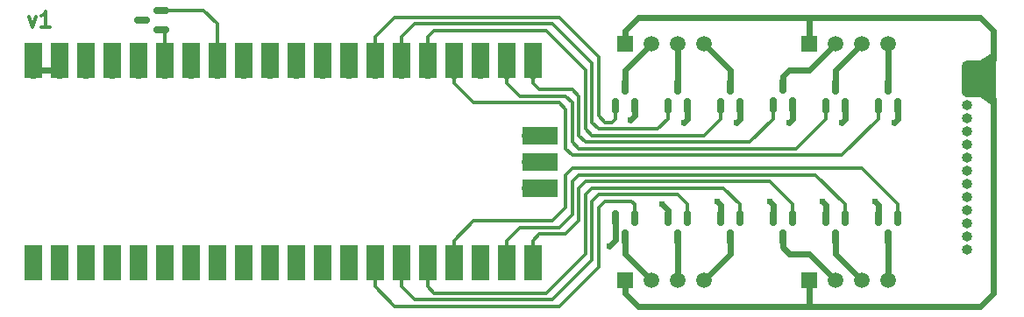
<source format=gbr>
%TF.GenerationSoftware,KiCad,Pcbnew,(7.0.0)*%
%TF.CreationDate,2023-03-11T15:12:13-08:00*%
%TF.ProjectId,pico_12vrgb_controller,7069636f-5f31-4327-9672-67625f636f6e,v1*%
%TF.SameCoordinates,Original*%
%TF.FileFunction,Copper,L1,Top*%
%TF.FilePolarity,Positive*%
%FSLAX46Y46*%
G04 Gerber Fmt 4.6, Leading zero omitted, Abs format (unit mm)*
G04 Created by KiCad (PCBNEW (7.0.0)) date 2023-03-11 15:12:13*
%MOMM*%
%LPD*%
G01*
G04 APERTURE LIST*
G04 Aperture macros list*
%AMRoundRect*
0 Rectangle with rounded corners*
0 $1 Rounding radius*
0 $2 $3 $4 $5 $6 $7 $8 $9 X,Y pos of 4 corners*
0 Add a 4 corners polygon primitive as box body*
4,1,4,$2,$3,$4,$5,$6,$7,$8,$9,$2,$3,0*
0 Add four circle primitives for the rounded corners*
1,1,$1+$1,$2,$3*
1,1,$1+$1,$4,$5*
1,1,$1+$1,$6,$7*
1,1,$1+$1,$8,$9*
0 Add four rect primitives between the rounded corners*
20,1,$1+$1,$2,$3,$4,$5,0*
20,1,$1+$1,$4,$5,$6,$7,0*
20,1,$1+$1,$6,$7,$8,$9,0*
20,1,$1+$1,$8,$9,$2,$3,0*%
G04 Aperture macros list end*
%ADD10C,0.300000*%
%TA.AperFunction,NonConductor*%
%ADD11C,0.300000*%
%TD*%
%TA.AperFunction,SMDPad,CuDef*%
%ADD12RoundRect,0.150000X0.587500X0.150000X-0.587500X0.150000X-0.587500X-0.150000X0.587500X-0.150000X0*%
%TD*%
%TA.AperFunction,SMDPad,CuDef*%
%ADD13RoundRect,0.150000X0.150000X-0.587500X0.150000X0.587500X-0.150000X0.587500X-0.150000X-0.587500X0*%
%TD*%
%TA.AperFunction,SMDPad,CuDef*%
%ADD14RoundRect,0.150000X-0.150000X0.587500X-0.150000X-0.587500X0.150000X-0.587500X0.150000X0.587500X0*%
%TD*%
%TA.AperFunction,ComponentPad*%
%ADD15R,1.500000X1.500000*%
%TD*%
%TA.AperFunction,ComponentPad*%
%ADD16C,1.500000*%
%TD*%
%TA.AperFunction,ComponentPad*%
%ADD17O,1.000000X1.000000*%
%TD*%
%TA.AperFunction,ComponentPad*%
%ADD18R,1.700000X1.700000*%
%TD*%
%TA.AperFunction,SMDPad,CuDef*%
%ADD19R,1.700000X3.500000*%
%TD*%
%TA.AperFunction,ComponentPad*%
%ADD20O,1.700000X1.700000*%
%TD*%
%TA.AperFunction,SMDPad,CuDef*%
%ADD21R,3.500000X1.700000*%
%TD*%
%TA.AperFunction,ViaPad*%
%ADD22C,0.609600*%
%TD*%
%TA.AperFunction,Conductor*%
%ADD23C,0.609600*%
%TD*%
%TA.AperFunction,Conductor*%
%ADD24C,0.304800*%
%TD*%
G04 APERTURE END LIST*
D10*
D11*
X71969285Y-62173571D02*
X72326428Y-63173571D01*
X72326428Y-63173571D02*
X72683571Y-62173571D01*
X74040714Y-63173571D02*
X73183571Y-63173571D01*
X73612142Y-63173571D02*
X73612142Y-61673571D01*
X73612142Y-61673571D02*
X73469285Y-61887857D01*
X73469285Y-61887857D02*
X73326428Y-62030714D01*
X73326428Y-62030714D02*
X73183571Y-62102142D01*
D12*
%TO.P,U2,1,K*%
%TO.N,/ADC_VREF*%
X84757500Y-63434000D03*
%TO.P,U2,2,A*%
%TO.N,GND*%
X84757500Y-61534000D03*
%TO.P,U2,3*%
%TO.N,N/C*%
X82882500Y-62484000D03*
%TD*%
D13*
%TO.P,Q9,1,G*%
%TO.N,/L3_PWM_B*%
X138750000Y-70787500D03*
%TO.P,Q9,2,S*%
%TO.N,GND*%
X140650000Y-70787500D03*
%TO.P,Q9,3,D*%
%TO.N,/L3_B*%
X139700000Y-68912500D03*
%TD*%
D14*
%TO.P,Q6,1,G*%
%TO.N,/L2_PWM_B*%
X155890000Y-81612500D03*
%TO.P,Q6,2,S*%
%TO.N,GND*%
X153990000Y-81612500D03*
%TO.P,Q6,3,D*%
%TO.N,/L2_B*%
X154940000Y-83487500D03*
%TD*%
D15*
%TO.P,J4,1,Pin_1*%
%TO.N,+12V*%
X147319999Y-64769999D03*
D16*
%TO.P,J4,2,Pin_2*%
%TO.N,/L4_G*%
X149860000Y-64770000D03*
%TO.P,J4,3,Pin_3*%
%TO.N,/L4_R*%
X152400000Y-64770000D03*
%TO.P,J4,4,Pin_4*%
%TO.N,/L4_B*%
X154940000Y-64770000D03*
%TD*%
D15*
%TO.P,J3,1,Pin_1*%
%TO.N,+12V*%
X129539999Y-64769999D03*
D16*
%TO.P,J3,2,Pin_2*%
%TO.N,/L3_G*%
X132080000Y-64770000D03*
%TO.P,J3,3,Pin_3*%
%TO.N,/L3_R*%
X134620000Y-64770000D03*
%TO.P,J3,4,Pin_4*%
%TO.N,/L3_B*%
X137160000Y-64770000D03*
%TD*%
D14*
%TO.P,Q4,1,G*%
%TO.N,/L2_PWM_G*%
X145730000Y-81612500D03*
%TO.P,Q4,2,S*%
%TO.N,GND*%
X143830000Y-81612500D03*
%TO.P,Q4,3,D*%
%TO.N,/L2_G*%
X144780000Y-83487500D03*
%TD*%
D15*
%TO.P,J2,1,Pin_1*%
%TO.N,+12V*%
X147319999Y-87629999D03*
D16*
%TO.P,J2,2,Pin_2*%
%TO.N,/L2_G*%
X149860000Y-87630000D03*
%TO.P,J2,3,Pin_3*%
%TO.N,/L2_R*%
X152400000Y-87630000D03*
%TO.P,J2,4,Pin_4*%
%TO.N,/L2_B*%
X154940000Y-87630000D03*
%TD*%
D14*
%TO.P,Q5,1,G*%
%TO.N,/L2_PWM_R*%
X150810000Y-81612500D03*
%TO.P,Q5,2,S*%
%TO.N,GND*%
X148910000Y-81612500D03*
%TO.P,Q5,3,D*%
%TO.N,/L2_R*%
X149860000Y-83487500D03*
%TD*%
%TO.P,Q3,1,G*%
%TO.N,/L1_PWM_B*%
X140650000Y-81612500D03*
%TO.P,Q3,2,S*%
%TO.N,GND*%
X138750000Y-81612500D03*
%TO.P,Q3,3,D*%
%TO.N,/L1_B*%
X139700000Y-83487500D03*
%TD*%
D13*
%TO.P,Q8,1,G*%
%TO.N,/L3_PWM_R*%
X133670000Y-70787500D03*
%TO.P,Q8,2,S*%
%TO.N,GND*%
X135570000Y-70787500D03*
%TO.P,Q8,3,D*%
%TO.N,/L3_R*%
X134620000Y-68912500D03*
%TD*%
D14*
%TO.P,Q1,1,G*%
%TO.N,/L1_PWM_G*%
X130490000Y-81612500D03*
%TO.P,Q1,2,S*%
%TO.N,GND*%
X128590000Y-81612500D03*
%TO.P,Q1,3,D*%
%TO.N,/L1_G*%
X129540000Y-83487500D03*
%TD*%
D15*
%TO.P,J1,1,Pin_1*%
%TO.N,+12V*%
X129539999Y-87629999D03*
D16*
%TO.P,J1,2,Pin_2*%
%TO.N,/L1_G*%
X132080000Y-87630000D03*
%TO.P,J1,3,Pin_3*%
%TO.N,/L1_R*%
X134620000Y-87630000D03*
%TO.P,J1,4,Pin_4*%
%TO.N,/L1_B*%
X137160000Y-87630000D03*
%TD*%
D13*
%TO.P,Q11,1,G*%
%TO.N,/L4_PWM_R*%
X148910000Y-70787500D03*
%TO.P,Q11,2,S*%
%TO.N,GND*%
X150810000Y-70787500D03*
%TO.P,Q11,3,D*%
%TO.N,/L4_R*%
X149860000Y-68912500D03*
%TD*%
%TO.P,Q12,1,G*%
%TO.N,/L4_PWM_B*%
X153990000Y-70787500D03*
%TO.P,Q12,2,S*%
%TO.N,GND*%
X155890000Y-70787500D03*
%TO.P,Q12,3,D*%
%TO.N,/L4_B*%
X154940000Y-68912500D03*
%TD*%
%TO.P,Q10,1,G*%
%TO.N,/L4_PWM_G*%
X143830000Y-70742500D03*
%TO.P,Q10,2,S*%
%TO.N,GND*%
X145730000Y-70742500D03*
%TO.P,Q10,3,D*%
%TO.N,/L4_G*%
X144780000Y-68867500D03*
%TD*%
D17*
%TO.P,J5,1,3V3*%
%TO.N,unconnected-(J5-3V3-Pad1)*%
X162559999Y-84699999D03*
%TO.P,J5,2,3V3*%
%TO.N,unconnected-(J5-3V3-Pad2)*%
X162559999Y-83429999D03*
%TO.P,J5,3,3V3*%
%TO.N,unconnected-(J5-3V3-Pad3)*%
X162559999Y-82159999D03*
%TO.P,J5,4,COM*%
%TO.N,GND*%
X162559999Y-80889999D03*
%TO.P,J5,5,COM*%
X162559999Y-79619999D03*
%TO.P,J5,6,COM*%
X162559999Y-78349999D03*
%TO.P,J5,7,5V*%
%TO.N,unconnected-(J5-5V-Pad7)*%
X162559999Y-77079999D03*
%TO.P,J5,8,5V*%
%TO.N,unconnected-(J5-5V-Pad8)*%
X162559999Y-75809999D03*
%TO.P,J5,9,5V*%
%TO.N,unconnected-(J5-5V-Pad9)*%
X162559999Y-74539999D03*
%TO.P,J5,10,COM*%
%TO.N,GND*%
X162559999Y-73269999D03*
%TO.P,J5,11,COM*%
X162559999Y-71999999D03*
%TO.P,J5,12,COM*%
X162559999Y-70729999D03*
%TO.P,J5,13,12V*%
%TO.N,+12V*%
X162559999Y-69459999D03*
%TO.P,J5,14,12V*%
X162559999Y-68189999D03*
%TO.P,J5,15,12V*%
X162559999Y-66919999D03*
%TD*%
D13*
%TO.P,Q7,1,G*%
%TO.N,/L3_PWM_G*%
X128590000Y-70787500D03*
%TO.P,Q7,2,S*%
%TO.N,GND*%
X130490000Y-70787500D03*
%TO.P,Q7,3,D*%
%TO.N,/L3_G*%
X129540000Y-68912500D03*
%TD*%
D18*
%TO.P,U1,1,GPO*%
%TO.N,/UART_TX*%
X72389999Y-85089999D03*
D19*
X72389999Y-85989999D03*
D20*
%TO.P,U1,2,GP1*%
%TO.N,/UART_RX*%
X74929999Y-85089999D03*
D19*
X74929999Y-85989999D03*
D20*
%TO.P,U1,3,GND*%
%TO.N,GND*%
X77469999Y-85089999D03*
D19*
X77469999Y-85989999D03*
D20*
%TO.P,U1,4,GP2*%
%TO.N,unconnected-(U1-GP2-Pad4)*%
X80009999Y-85089999D03*
D19*
X80009999Y-85989999D03*
D20*
%TO.P,U1,5,GP3*%
%TO.N,unconnected-(U1-GP3-Pad5)*%
X82549999Y-85089999D03*
D19*
X82549999Y-85989999D03*
D20*
%TO.P,U1,6,GP4*%
%TO.N,unconnected-(U1-GP4-Pad6)*%
X85089999Y-85089999D03*
D19*
X85089999Y-85989999D03*
D20*
%TO.P,U1,7,GP5*%
%TO.N,unconnected-(U1-GP5-Pad7)*%
X87629999Y-85089999D03*
D19*
X87629999Y-85989999D03*
D20*
%TO.P,U1,8,GND*%
%TO.N,GND*%
X90169999Y-85089999D03*
D19*
X90169999Y-85989999D03*
D20*
%TO.P,U1,9,GP6*%
%TO.N,unconnected-(U1-GP6-Pad9)*%
X92709999Y-85089999D03*
D19*
X92709999Y-85989999D03*
D20*
%TO.P,U1,10,GP7*%
%TO.N,unconnected-(U1-GP7-Pad10)*%
X95249999Y-85089999D03*
D19*
X95249999Y-85989999D03*
D20*
%TO.P,U1,11,GP8*%
%TO.N,unconnected-(U1-GP8-Pad11)*%
X97789999Y-85089999D03*
D19*
X97789999Y-85989999D03*
D20*
%TO.P,U1,12,GP9*%
%TO.N,unconnected-(U1-GP9-Pad12)*%
X100329999Y-85089999D03*
D19*
X100329999Y-85989999D03*
D20*
%TO.P,U1,13,GND*%
%TO.N,GND*%
X102869999Y-85089999D03*
D19*
X102869999Y-85989999D03*
D20*
%TO.P,U1,14,GP10*%
%TO.N,/L1_PWM_G*%
X105409999Y-85089999D03*
D19*
X105409999Y-85989999D03*
D20*
%TO.P,U1,15,GP11*%
%TO.N,/L1_PWM_R*%
X107949999Y-85089999D03*
D19*
X107949999Y-85989999D03*
D20*
%TO.P,U1,16,GP12*%
%TO.N,/L1_PWM_B*%
X110489999Y-85089999D03*
D19*
X110489999Y-85989999D03*
D20*
%TO.P,U1,17,GP13*%
%TO.N,/L2_PWM_B*%
X113029999Y-85089999D03*
D19*
X113029999Y-85989999D03*
D20*
%TO.P,U1,18,GND*%
%TO.N,GND*%
X115569999Y-85089999D03*
D19*
X115569999Y-85989999D03*
D20*
%TO.P,U1,19,GP14*%
%TO.N,/L2_PWM_R*%
X118109999Y-85089999D03*
D19*
X118109999Y-85989999D03*
D20*
%TO.P,U1,20,GP15*%
%TO.N,/L2_PWM_G*%
X120649999Y-85089999D03*
D19*
X120649999Y-85989999D03*
D20*
%TO.P,U1,21,GP16*%
%TO.N,/L4_PWM_G*%
X120649999Y-67309999D03*
D19*
X120649999Y-66409999D03*
D20*
%TO.P,U1,22,GP17*%
%TO.N,/L4_PWM_R*%
X118109999Y-67309999D03*
D19*
X118109999Y-66409999D03*
D20*
%TO.P,U1,23,GND*%
%TO.N,GND*%
X115569999Y-67309999D03*
D19*
X115569999Y-66409999D03*
D20*
%TO.P,U1,24,GP18*%
%TO.N,/L4_PWM_B*%
X113029999Y-67309999D03*
D19*
X113029999Y-66409999D03*
D20*
%TO.P,U1,25,GP19*%
%TO.N,/L3_PWM_B*%
X110489999Y-67309999D03*
D19*
X110489999Y-66409999D03*
D20*
%TO.P,U1,26,GP20*%
%TO.N,/L3_PWM_R*%
X107949999Y-67309999D03*
D19*
X107949999Y-66409999D03*
D20*
%TO.P,U1,27,GP21*%
%TO.N,/L3_PWM_G*%
X105409999Y-67309999D03*
D19*
X105409999Y-66409999D03*
D20*
%TO.P,U1,28,GND*%
%TO.N,GND*%
X102869999Y-67309999D03*
D19*
X102869999Y-66409999D03*
D20*
%TO.P,U1,29,GP22*%
%TO.N,unconnected-(U1-GP22-Pad29)*%
X100329999Y-67309999D03*
D19*
X100329999Y-66409999D03*
D20*
%TO.P,U1,30,RUN*%
%TO.N,unconnected-(U1-RUN-Pad30)*%
X97789999Y-67309999D03*
D19*
X97789999Y-66409999D03*
D20*
%TO.P,U1,31,GP26*%
%TO.N,unconnected-(U1-GP26-Pad31)*%
X95249999Y-67309999D03*
D19*
X95249999Y-66409999D03*
D20*
%TO.P,U1,32,GP27*%
%TO.N,unconnected-(U1-GP27-Pad32)*%
X92709999Y-67309999D03*
D19*
X92709999Y-66409999D03*
D20*
%TO.P,U1,33,AGND*%
%TO.N,GND*%
X90169999Y-67309999D03*
D19*
X90169999Y-66409999D03*
D20*
%TO.P,U1,34,GP28*%
%TO.N,unconnected-(U1-GP28-Pad34)*%
X87629999Y-67309999D03*
D19*
X87629999Y-66409999D03*
D20*
%TO.P,U1,35,ADC_VREF*%
%TO.N,/ADC_VREF*%
X85089999Y-67309999D03*
D19*
X85089999Y-66409999D03*
D20*
%TO.P,U1,36,3V3*%
%TO.N,unconnected-(U1-3V3-Pad36)*%
X82549999Y-67309999D03*
D19*
X82549999Y-66409999D03*
D20*
%TO.P,U1,37,3V3_EN*%
%TO.N,unconnected-(U1-3V3_EN-Pad37)*%
X80009999Y-67309999D03*
D19*
X80009999Y-66409999D03*
D20*
%TO.P,U1,38,GND*%
%TO.N,GND*%
X77469999Y-67309999D03*
D19*
X77469999Y-66409999D03*
D20*
%TO.P,U1,39,VSYS*%
%TO.N,/VBUS*%
X74929999Y-67309999D03*
D19*
X74929999Y-66409999D03*
D20*
%TO.P,U1,40,VBUS*%
X72389999Y-67309999D03*
D19*
X72389999Y-66409999D03*
D20*
%TO.P,U1,41,SWCLK*%
%TO.N,/SWCLK*%
X120419999Y-78739999D03*
D21*
X121319999Y-78739999D03*
D20*
%TO.P,U1,42,GND*%
%TO.N,GND*%
X120419999Y-76199999D03*
D21*
X121319999Y-76199999D03*
D20*
%TO.P,U1,43,SWDIO*%
%TO.N,/SWDIO*%
X120419999Y-73659999D03*
D21*
X121319999Y-73659999D03*
%TD*%
D14*
%TO.P,Q2,1,G*%
%TO.N,/L1_PWM_R*%
X135570000Y-81612500D03*
%TO.P,Q2,2,S*%
%TO.N,GND*%
X133670000Y-81612500D03*
%TO.P,Q2,3,D*%
%TO.N,/L1_R*%
X134620000Y-83487500D03*
%TD*%
D22*
%TO.N,GND*%
X155575000Y-72390000D03*
X153670000Y-80010000D03*
X150495000Y-72390000D03*
X130048000Y-72136000D03*
X135255000Y-72390000D03*
X138430000Y-80010000D03*
X145415000Y-72390000D03*
X140335000Y-72390000D03*
X133096000Y-80264000D03*
X128016000Y-84328000D03*
X148590000Y-80010000D03*
X143510000Y-80010000D03*
%TD*%
D23*
%TO.N,+12V*%
X147320000Y-87630000D02*
X147320000Y-90170000D01*
X129540000Y-88900000D02*
X130810000Y-90170000D01*
X165100000Y-70104000D02*
X165100000Y-88900000D01*
X129540000Y-63500000D02*
X130810000Y-62230000D01*
X147320000Y-62230000D02*
X163830000Y-62230000D01*
X165100000Y-63500000D02*
X165100000Y-66294000D01*
X163830000Y-90170000D02*
X147320000Y-90170000D01*
X129540000Y-87630000D02*
X129540000Y-88900000D01*
X147320000Y-64770000D02*
X147320000Y-62230000D01*
X165100000Y-88900000D02*
X163830000Y-90170000D01*
X130810000Y-62230000D02*
X147320000Y-62230000D01*
X129540000Y-64770000D02*
X129540000Y-63500000D01*
X130810000Y-90170000D02*
X147320000Y-90170000D01*
X163830000Y-62230000D02*
X165100000Y-63500000D01*
%TO.N,/L1_G*%
X129540000Y-83487500D02*
X129540000Y-85090000D01*
X129540000Y-85090000D02*
X132080000Y-87630000D01*
%TO.N,/L1_R*%
X134620000Y-83487500D02*
X134620000Y-87630000D01*
%TO.N,/L1_B*%
X139700000Y-85090000D02*
X137160000Y-87630000D01*
X139700000Y-83487500D02*
X139700000Y-85090000D01*
%TO.N,/L2_G*%
X144780000Y-84455000D02*
X145415000Y-85090000D01*
X147320000Y-85090000D02*
X149860000Y-87630000D01*
X145415000Y-85090000D02*
X147320000Y-85090000D01*
X144780000Y-83487500D02*
X144780000Y-84455000D01*
%TO.N,/L2_R*%
X149860000Y-85090000D02*
X152400000Y-87630000D01*
X149860000Y-83487500D02*
X149860000Y-85090000D01*
%TO.N,/L2_B*%
X154940000Y-83487500D02*
X154940000Y-87630000D01*
%TO.N,/L3_G*%
X129540000Y-67310000D02*
X132080000Y-64770000D01*
X129540000Y-68912500D02*
X129540000Y-67310000D01*
%TO.N,/L3_R*%
X134620000Y-64770000D02*
X134620000Y-68912500D01*
%TO.N,/L3_B*%
X139700000Y-68912500D02*
X139700000Y-67310000D01*
X139700000Y-67310000D02*
X137160000Y-64770000D01*
%TO.N,/L4_G*%
X145415000Y-67310000D02*
X147320000Y-67310000D01*
X144780000Y-67945000D02*
X145415000Y-67310000D01*
X144780000Y-68867500D02*
X144780000Y-67945000D01*
X147320000Y-67310000D02*
X149860000Y-64770000D01*
%TO.N,/L4_R*%
X149860000Y-68912500D02*
X149860000Y-67310000D01*
X149860000Y-67310000D02*
X152400000Y-64770000D01*
%TO.N,/L4_B*%
X154940000Y-68912500D02*
X154940000Y-64770000D01*
%TO.N,GND*%
X155890000Y-70787500D02*
X155890000Y-72075000D01*
X140650000Y-72075000D02*
X140335000Y-72390000D01*
X153990000Y-81612500D02*
X153990000Y-80330000D01*
X128590000Y-83754000D02*
X128016000Y-84328000D01*
X133670000Y-80838000D02*
X133096000Y-80264000D01*
X133670000Y-81612500D02*
X133670000Y-80838000D01*
X148910000Y-81612500D02*
X148910000Y-80330000D01*
D24*
X88839000Y-61534000D02*
X90170000Y-62865000D01*
X90170000Y-62865000D02*
X90170000Y-67310000D01*
D23*
X138750000Y-81612500D02*
X138750000Y-80330000D01*
X143830000Y-81612500D02*
X143830000Y-80330000D01*
X135570000Y-72075000D02*
X135255000Y-72390000D01*
X150810000Y-72075000D02*
X150495000Y-72390000D01*
X155890000Y-72075000D02*
X155575000Y-72390000D01*
X128590000Y-81612500D02*
X128590000Y-83754000D01*
D24*
X84757500Y-61534000D02*
X88839000Y-61534000D01*
D23*
X150810000Y-70787500D02*
X150810000Y-72075000D01*
X130490000Y-71694000D02*
X130048000Y-72136000D01*
X148910000Y-80330000D02*
X148590000Y-80010000D01*
X140650000Y-70787500D02*
X140650000Y-72075000D01*
X153990000Y-80330000D02*
X153670000Y-80010000D01*
X145730000Y-70742500D02*
X145730000Y-72075000D01*
X145730000Y-72075000D02*
X145415000Y-72390000D01*
X135570000Y-70787500D02*
X135570000Y-72075000D01*
X143830000Y-80330000D02*
X143510000Y-80010000D01*
X130490000Y-70787500D02*
X130490000Y-71694000D01*
X138750000Y-80330000D02*
X138430000Y-80010000D01*
D24*
%TO.N,/L1_PWM_B*%
X121920000Y-88900000D02*
X111125000Y-88900000D01*
X111125000Y-88900000D02*
X110490000Y-88265000D01*
X110490000Y-88265000D02*
X110490000Y-85090000D01*
X139065000Y-78740000D02*
X126365000Y-78740000D01*
X125730000Y-79375000D02*
X125730000Y-85090000D01*
X125730000Y-85090000D02*
X121920000Y-88900000D01*
X140650000Y-80325000D02*
X139065000Y-78740000D01*
X126365000Y-78740000D02*
X125730000Y-79375000D01*
X140650000Y-81612500D02*
X140650000Y-80325000D01*
%TO.N,/L1_PWM_R*%
X135570000Y-81612500D02*
X135570000Y-80325000D01*
X134620000Y-79375000D02*
X127000000Y-79375000D01*
X127000000Y-79375000D02*
X126365000Y-80010000D01*
X135570000Y-80325000D02*
X134620000Y-79375000D01*
X126365000Y-85725000D02*
X122555000Y-89535000D01*
X107950000Y-88265000D02*
X107950000Y-85090000D01*
X109220000Y-89535000D02*
X107950000Y-88265000D01*
X122555000Y-89535000D02*
X109220000Y-89535000D01*
X126365000Y-80010000D02*
X126365000Y-85725000D01*
%TO.N,/L1_PWM_G*%
X127000000Y-80645000D02*
X127000000Y-86360000D01*
X105410000Y-88265000D02*
X105410000Y-85090000D01*
X123190000Y-90170000D02*
X107315000Y-90170000D01*
X130490000Y-81612500D02*
X130490000Y-80325000D01*
X130175000Y-80010000D02*
X127635000Y-80010000D01*
X107315000Y-90170000D02*
X105410000Y-88265000D01*
X127000000Y-86360000D02*
X123190000Y-90170000D01*
X130490000Y-80325000D02*
X130175000Y-80010000D01*
X127635000Y-80010000D02*
X127000000Y-80645000D01*
%TO.N,/L2_PWM_B*%
X123825000Y-80645000D02*
X122555000Y-81915000D01*
X152400000Y-76835000D02*
X124460000Y-76835000D01*
X155890000Y-81612500D02*
X155890000Y-80325000D01*
X155890000Y-80325000D02*
X152400000Y-76835000D01*
X124460000Y-76835000D02*
X123825000Y-77470000D01*
X114935000Y-81915000D02*
X113030000Y-83820000D01*
X123825000Y-77470000D02*
X123825000Y-80645000D01*
X113030000Y-83820000D02*
X113030000Y-85090000D01*
X122555000Y-81915000D02*
X114935000Y-81915000D01*
%TO.N,/L2_PWM_R*%
X150810000Y-81612500D02*
X150810000Y-80325000D01*
X150810000Y-80325000D02*
X147955000Y-77470000D01*
X147955000Y-77470000D02*
X125095000Y-77470000D01*
X123190000Y-82550000D02*
X119380000Y-82550000D01*
X124460000Y-78105000D02*
X124460000Y-81280000D01*
X125095000Y-77470000D02*
X124460000Y-78105000D01*
X118110000Y-83820000D02*
X118110000Y-85090000D01*
X119380000Y-82550000D02*
X118110000Y-83820000D01*
X124460000Y-81280000D02*
X123190000Y-82550000D01*
%TO.N,/L2_PWM_G*%
X123825000Y-83185000D02*
X121285000Y-83185000D01*
X125095000Y-81915000D02*
X123825000Y-83185000D01*
X145730000Y-81612500D02*
X145730000Y-80325000D01*
X125095000Y-78740000D02*
X125095000Y-81915000D01*
X121285000Y-83185000D02*
X120650000Y-83820000D01*
X143510000Y-78105000D02*
X125730000Y-78105000D01*
X145730000Y-80325000D02*
X143510000Y-78105000D01*
X120650000Y-83820000D02*
X120650000Y-85090000D01*
X125730000Y-78105000D02*
X125095000Y-78740000D01*
%TO.N,/L3_PWM_B*%
X125730000Y-73025000D02*
X125730000Y-67310000D01*
X137160000Y-73660000D02*
X126365000Y-73660000D01*
X126365000Y-73660000D02*
X125730000Y-73025000D01*
X125730000Y-67310000D02*
X121920000Y-63500000D01*
X138750000Y-70787500D02*
X138750000Y-72070000D01*
X121920000Y-63500000D02*
X111125000Y-63500000D01*
X110490000Y-64135000D02*
X110490000Y-67310000D01*
X111125000Y-63500000D02*
X110490000Y-64135000D01*
X138750000Y-72070000D02*
X137160000Y-73660000D01*
%TO.N,/L3_PWM_R*%
X109220000Y-62865000D02*
X107950000Y-64135000D01*
X122555000Y-62865000D02*
X109220000Y-62865000D01*
X126365000Y-72390000D02*
X126365000Y-66675000D01*
X127000000Y-73025000D02*
X126365000Y-72390000D01*
X107950000Y-64135000D02*
X107950000Y-67310000D01*
X133670000Y-72070000D02*
X132715000Y-73025000D01*
X126365000Y-66675000D02*
X122555000Y-62865000D01*
X133670000Y-70787500D02*
X133670000Y-72070000D01*
X132715000Y-73025000D02*
X127000000Y-73025000D01*
%TO.N,/L3_PWM_G*%
X128270000Y-72390000D02*
X127635000Y-72390000D01*
X105410000Y-64135000D02*
X105410000Y-67310000D01*
X128590000Y-72070000D02*
X128270000Y-72390000D01*
X127000000Y-66040000D02*
X123190000Y-62230000D01*
X123190000Y-62230000D02*
X107315000Y-62230000D01*
X107315000Y-62230000D02*
X105410000Y-64135000D01*
X128590000Y-70787500D02*
X128590000Y-72070000D01*
X127000000Y-71755000D02*
X127000000Y-66040000D01*
X127635000Y-72390000D02*
X127000000Y-71755000D01*
%TO.N,/L4_PWM_B*%
X150495000Y-75565000D02*
X124460000Y-75565000D01*
X113030000Y-68580000D02*
X113030000Y-67310000D01*
X123825000Y-71120000D02*
X123190000Y-70485000D01*
X124460000Y-75565000D02*
X123825000Y-74930000D01*
X123190000Y-70485000D02*
X114935000Y-70485000D01*
X153990000Y-70787500D02*
X153990000Y-72070000D01*
X123825000Y-74930000D02*
X123825000Y-71120000D01*
X114935000Y-70485000D02*
X113030000Y-68580000D01*
X153990000Y-72070000D02*
X150495000Y-75565000D01*
%TO.N,/L4_PWM_R*%
X124460000Y-74295000D02*
X124460000Y-70485000D01*
X123825000Y-69850000D02*
X119380000Y-69850000D01*
X118110000Y-68580000D02*
X118110000Y-67310000D01*
X146050000Y-74930000D02*
X125095000Y-74930000D01*
X148910000Y-70787500D02*
X148910000Y-72070000D01*
X148910000Y-72070000D02*
X146050000Y-74930000D01*
X125095000Y-74930000D02*
X124460000Y-74295000D01*
X124460000Y-70485000D02*
X123825000Y-69850000D01*
X119380000Y-69850000D02*
X118110000Y-68580000D01*
%TO.N,/L4_PWM_G*%
X125730000Y-74295000D02*
X125095000Y-73660000D01*
X120650000Y-68580000D02*
X120650000Y-67310000D01*
X141605000Y-74295000D02*
X125730000Y-74295000D01*
X121285000Y-69215000D02*
X120650000Y-68580000D01*
X143830000Y-72070000D02*
X141605000Y-74295000D01*
X143830000Y-70742500D02*
X143830000Y-72070000D01*
X125095000Y-73660000D02*
X125095000Y-69850000D01*
X124460000Y-69215000D02*
X121285000Y-69215000D01*
X125095000Y-69850000D02*
X124460000Y-69215000D01*
%TO.N,/ADC_VREF*%
X84757500Y-63434000D02*
X85090000Y-63766500D01*
X85090000Y-63766500D02*
X85090000Y-67310000D01*
D23*
%TO.N,/VBUS*%
X72390000Y-67310000D02*
X74930000Y-67310000D01*
%TD*%
%TA.AperFunction,Conductor*%
%TO.N,+12V*%
G36*
X165339088Y-65525596D02*
G01*
X165387133Y-65571895D01*
X165404800Y-65636237D01*
X165404800Y-70759289D01*
X165386990Y-70823872D01*
X165338594Y-70870198D01*
X165273294Y-70885169D01*
X165209551Y-70864553D01*
X163837672Y-69962047D01*
X163837671Y-69962046D01*
X163830000Y-69957000D01*
X163820821Y-69957000D01*
X162610715Y-69957000D01*
X162563668Y-69947887D01*
X162523426Y-69921866D01*
X162090711Y-69506187D01*
X162062081Y-69464705D01*
X162052000Y-69415321D01*
X162052000Y-66981190D01*
X162061591Y-66932972D01*
X162088905Y-66892095D01*
X162523095Y-66457905D01*
X162563972Y-66430591D01*
X162612190Y-66421000D01*
X163820959Y-66421000D01*
X163830000Y-66421000D01*
X165210492Y-65530360D01*
X165274136Y-65510323D01*
X165339088Y-65525596D01*
G37*
%TD.AperFunction*%
%TD*%
M02*

</source>
